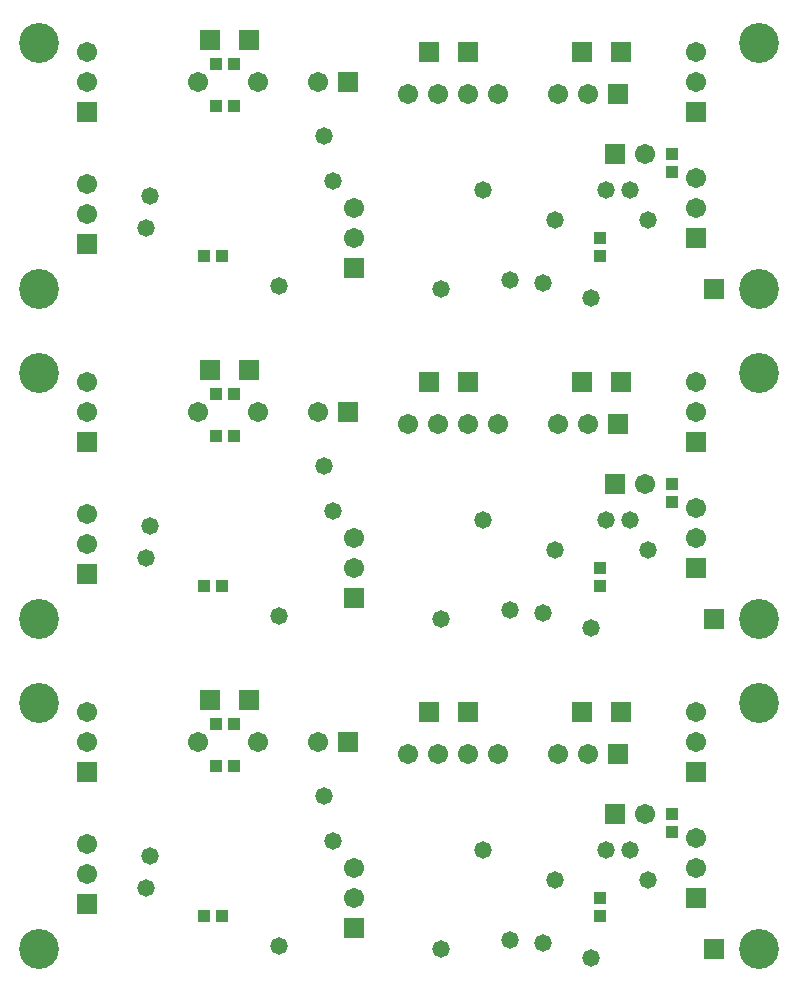
<source format=gbs>
%FSLAX24Y24*%
%MOIN*%
G70*
G01*
G75*
G04 Layer_Color=16711935*
%ADD10R,0.0320X0.0360*%
%ADD11O,0.0236X0.0866*%
%ADD12R,0.0385X0.0520*%
%ADD13R,0.0360X0.0320*%
%ADD14R,0.0800X0.0260*%
%ADD15C,0.0250*%
%ADD16C,0.1250*%
%ADD17C,0.0591*%
%ADD18R,0.0591X0.0591*%
%ADD19R,0.0591X0.0591*%
%ADD20C,0.0500*%
%ADD21R,0.0600X0.0600*%
%ADD22C,0.0100*%
%ADD23C,0.0098*%
%ADD24C,0.0080*%
%ADD25C,0.0079*%
%ADD26C,0.0050*%
%ADD27R,0.0400X0.0440*%
%ADD28O,0.0316X0.0946*%
%ADD29R,0.0465X0.0600*%
%ADD30R,0.0440X0.0400*%
%ADD31R,0.0880X0.0340*%
%ADD32C,0.1330*%
%ADD33C,0.0671*%
%ADD34R,0.0671X0.0671*%
%ADD35R,0.0671X0.0671*%
%ADD36C,0.0580*%
%ADD37R,0.0680X0.0680*%
D27*
X45350Y21650D02*
D03*
Y22250D02*
D03*
X42950Y19450D02*
D03*
Y18850D02*
D03*
X45350Y32650D02*
D03*
Y33250D02*
D03*
X42950Y30450D02*
D03*
Y29850D02*
D03*
X45350Y43650D02*
D03*
Y44250D02*
D03*
X42950Y41450D02*
D03*
Y40850D02*
D03*
D30*
X29750Y18850D02*
D03*
X30350D02*
D03*
X30750Y25250D02*
D03*
X30150D02*
D03*
Y23850D02*
D03*
X30750D02*
D03*
X29750Y29850D02*
D03*
X30350D02*
D03*
X30750Y36250D02*
D03*
X30150D02*
D03*
Y34850D02*
D03*
X30750D02*
D03*
X29750Y40850D02*
D03*
X30350D02*
D03*
X30750Y47250D02*
D03*
X30150D02*
D03*
Y45850D02*
D03*
X30750D02*
D03*
D32*
X48250Y17750D02*
D03*
Y25950D02*
D03*
X24250Y17750D02*
D03*
Y25950D02*
D03*
X48250Y28750D02*
D03*
Y36950D02*
D03*
X24250Y28750D02*
D03*
Y36950D02*
D03*
X48250Y39750D02*
D03*
Y47950D02*
D03*
X24250Y39750D02*
D03*
Y47950D02*
D03*
D33*
X36550Y24250D02*
D03*
X37550D02*
D03*
X39550D02*
D03*
X42550D02*
D03*
X41550D02*
D03*
X38550D02*
D03*
X33550Y24650D02*
D03*
X31550D02*
D03*
X29550D02*
D03*
X46150D02*
D03*
Y25650D02*
D03*
Y20450D02*
D03*
Y21450D02*
D03*
X25850Y20250D02*
D03*
Y21250D02*
D03*
X34750Y20450D02*
D03*
Y19450D02*
D03*
X25850Y24650D02*
D03*
Y25650D02*
D03*
X44450Y22250D02*
D03*
X36550Y35250D02*
D03*
X37550D02*
D03*
X39550D02*
D03*
X42550D02*
D03*
X41550D02*
D03*
X38550D02*
D03*
X33550Y35650D02*
D03*
X31550D02*
D03*
X29550D02*
D03*
X46150D02*
D03*
Y36650D02*
D03*
Y31450D02*
D03*
Y32450D02*
D03*
X25850Y31250D02*
D03*
Y32250D02*
D03*
X34750Y31450D02*
D03*
Y30450D02*
D03*
X25850Y35650D02*
D03*
Y36650D02*
D03*
X44450Y33250D02*
D03*
X36550Y46250D02*
D03*
X37550D02*
D03*
X39550D02*
D03*
X42550D02*
D03*
X41550D02*
D03*
X38550D02*
D03*
X33550Y46650D02*
D03*
X31550D02*
D03*
X29550D02*
D03*
X46150D02*
D03*
Y47650D02*
D03*
Y42450D02*
D03*
Y43450D02*
D03*
X25850Y42250D02*
D03*
Y43250D02*
D03*
X34750Y42450D02*
D03*
Y41450D02*
D03*
X25850Y46650D02*
D03*
Y47650D02*
D03*
X44450Y44250D02*
D03*
D34*
X43550Y24250D02*
D03*
X34550Y24650D02*
D03*
X43450Y22250D02*
D03*
X43550Y35250D02*
D03*
X34550Y35650D02*
D03*
X43450Y33250D02*
D03*
X43550Y46250D02*
D03*
X34550Y46650D02*
D03*
X43450Y44250D02*
D03*
D35*
X46150Y23650D02*
D03*
Y19450D02*
D03*
X46750Y17750D02*
D03*
X25850Y19250D02*
D03*
X34750Y18450D02*
D03*
X25850Y23650D02*
D03*
X46150Y34650D02*
D03*
Y30450D02*
D03*
X46750Y28750D02*
D03*
X25850Y30250D02*
D03*
X34750Y29450D02*
D03*
X25850Y34650D02*
D03*
X46150Y45650D02*
D03*
Y41450D02*
D03*
X46750Y39750D02*
D03*
X25850Y41250D02*
D03*
X34750Y40450D02*
D03*
X25850Y45650D02*
D03*
D36*
X44550Y20050D02*
D03*
X27950Y20850D02*
D03*
X37650Y17750D02*
D03*
X32250Y17850D02*
D03*
X34050Y21350D02*
D03*
X27805Y19795D02*
D03*
X33750Y22850D02*
D03*
X39050Y21050D02*
D03*
X39950Y18050D02*
D03*
X43950Y21050D02*
D03*
X41450Y20050D02*
D03*
X41050Y17950D02*
D03*
X42650Y17450D02*
D03*
X43150Y21050D02*
D03*
X44550Y31050D02*
D03*
X27950Y31850D02*
D03*
X37650Y28750D02*
D03*
X32250Y28850D02*
D03*
X34050Y32350D02*
D03*
X27805Y30795D02*
D03*
X33750Y33850D02*
D03*
X39050Y32050D02*
D03*
X39950Y29050D02*
D03*
X43950Y32050D02*
D03*
X41450Y31050D02*
D03*
X41050Y28950D02*
D03*
X42650Y28450D02*
D03*
X43150Y32050D02*
D03*
X44550Y42050D02*
D03*
X27950Y42850D02*
D03*
X37650Y39750D02*
D03*
X32250Y39850D02*
D03*
X34050Y43350D02*
D03*
X27805Y41795D02*
D03*
X33750Y44850D02*
D03*
X39050Y43050D02*
D03*
X39950Y40050D02*
D03*
X43950Y43050D02*
D03*
X41450Y42050D02*
D03*
X41050Y39950D02*
D03*
X42650Y39450D02*
D03*
X43150Y43050D02*
D03*
D37*
X29946Y26048D02*
D03*
X31246D02*
D03*
X42346Y25648D02*
D03*
X43646D02*
D03*
X38554Y25652D02*
D03*
X37254D02*
D03*
X29946Y37048D02*
D03*
X31246D02*
D03*
X42346Y36648D02*
D03*
X43646D02*
D03*
X38554Y36652D02*
D03*
X37254D02*
D03*
X29946Y48048D02*
D03*
X31246D02*
D03*
X42346Y47648D02*
D03*
X43646D02*
D03*
X38554Y47652D02*
D03*
X37254D02*
D03*
M02*

</source>
